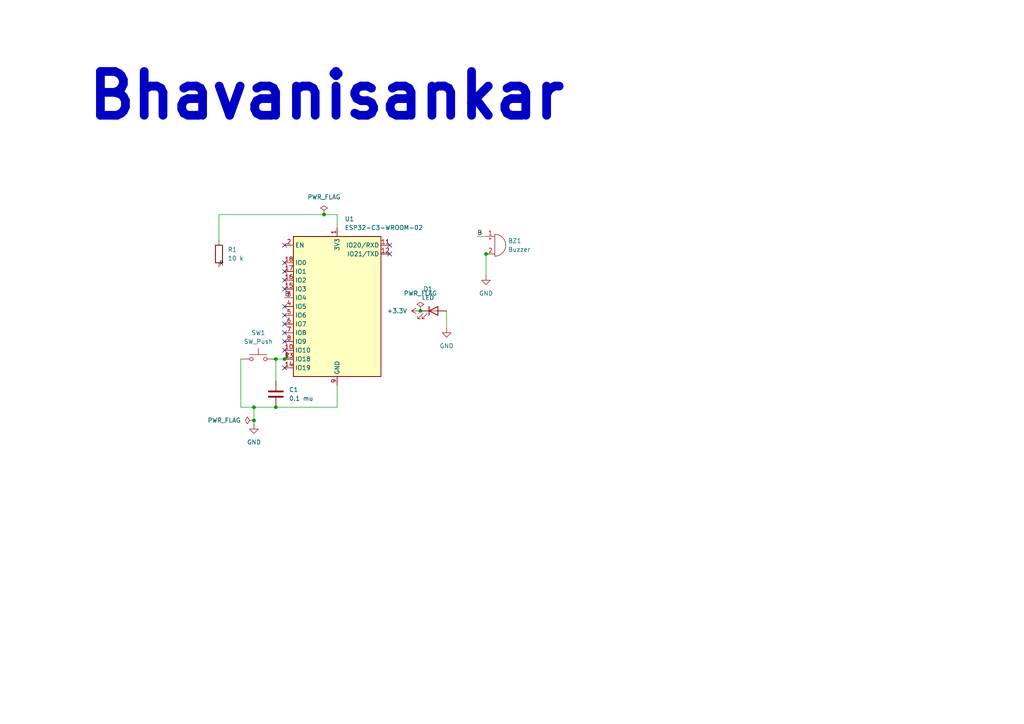
<source format=kicad_sch>
(kicad_sch
	(version 20231120)
	(generator "eeschema")
	(generator_version "8.0")
	(uuid "ea56cd56-cbe9-4600-8c82-a054547001e6")
	(paper "A4")
	(lib_symbols
		(symbol "Device:Buzzer"
			(pin_names
				(offset 0.0254) hide)
			(exclude_from_sim no)
			(in_bom yes)
			(on_board yes)
			(property "Reference" "BZ"
				(at 3.81 1.27 0)
				(effects
					(font
						(size 1.27 1.27)
					)
					(justify left)
				)
			)
			(property "Value" "Buzzer"
				(at 3.81 -1.27 0)
				(effects
					(font
						(size 1.27 1.27)
					)
					(justify left)
				)
			)
			(property "Footprint" ""
				(at -0.635 2.54 90)
				(effects
					(font
						(size 1.27 1.27)
					)
					(hide yes)
				)
			)
			(property "Datasheet" "~"
				(at -0.635 2.54 90)
				(effects
					(font
						(size 1.27 1.27)
					)
					(hide yes)
				)
			)
			(property "Description" "Buzzer, polarized"
				(at 0 0 0)
				(effects
					(font
						(size 1.27 1.27)
					)
					(hide yes)
				)
			)
			(property "ki_keywords" "quartz resonator ceramic"
				(at 0 0 0)
				(effects
					(font
						(size 1.27 1.27)
					)
					(hide yes)
				)
			)
			(property "ki_fp_filters" "*Buzzer*"
				(at 0 0 0)
				(effects
					(font
						(size 1.27 1.27)
					)
					(hide yes)
				)
			)
			(symbol "Buzzer_0_1"
				(arc
					(start 0 -3.175)
					(mid 3.1612 0)
					(end 0 3.175)
					(stroke
						(width 0)
						(type default)
					)
					(fill
						(type none)
					)
				)
				(polyline
					(pts
						(xy -1.651 1.905) (xy -1.143 1.905)
					)
					(stroke
						(width 0)
						(type default)
					)
					(fill
						(type none)
					)
				)
				(polyline
					(pts
						(xy -1.397 2.159) (xy -1.397 1.651)
					)
					(stroke
						(width 0)
						(type default)
					)
					(fill
						(type none)
					)
				)
				(polyline
					(pts
						(xy 0 3.175) (xy 0 -3.175)
					)
					(stroke
						(width 0)
						(type default)
					)
					(fill
						(type none)
					)
				)
			)
			(symbol "Buzzer_1_1"
				(pin passive line
					(at -2.54 2.54 0)
					(length 2.54)
					(name "+"
						(effects
							(font
								(size 1.27 1.27)
							)
						)
					)
					(number "1"
						(effects
							(font
								(size 1.27 1.27)
							)
						)
					)
				)
				(pin passive line
					(at -2.54 -2.54 0)
					(length 2.54)
					(name "-"
						(effects
							(font
								(size 1.27 1.27)
							)
						)
					)
					(number "2"
						(effects
							(font
								(size 1.27 1.27)
							)
						)
					)
				)
			)
		)
		(symbol "Device:C"
			(pin_numbers hide)
			(pin_names
				(offset 0.254)
			)
			(exclude_from_sim no)
			(in_bom yes)
			(on_board yes)
			(property "Reference" "C"
				(at 0.635 2.54 0)
				(effects
					(font
						(size 1.27 1.27)
					)
					(justify left)
				)
			)
			(property "Value" "C"
				(at 0.635 -2.54 0)
				(effects
					(font
						(size 1.27 1.27)
					)
					(justify left)
				)
			)
			(property "Footprint" ""
				(at 0.9652 -3.81 0)
				(effects
					(font
						(size 1.27 1.27)
					)
					(hide yes)
				)
			)
			(property "Datasheet" "~"
				(at 0 0 0)
				(effects
					(font
						(size 1.27 1.27)
					)
					(hide yes)
				)
			)
			(property "Description" "Unpolarized capacitor"
				(at 0 0 0)
				(effects
					(font
						(size 1.27 1.27)
					)
					(hide yes)
				)
			)
			(property "ki_keywords" "cap capacitor"
				(at 0 0 0)
				(effects
					(font
						(size 1.27 1.27)
					)
					(hide yes)
				)
			)
			(property "ki_fp_filters" "C_*"
				(at 0 0 0)
				(effects
					(font
						(size 1.27 1.27)
					)
					(hide yes)
				)
			)
			(symbol "C_0_1"
				(polyline
					(pts
						(xy -2.032 -0.762) (xy 2.032 -0.762)
					)
					(stroke
						(width 0.508)
						(type default)
					)
					(fill
						(type none)
					)
				)
				(polyline
					(pts
						(xy -2.032 0.762) (xy 2.032 0.762)
					)
					(stroke
						(width 0.508)
						(type default)
					)
					(fill
						(type none)
					)
				)
			)
			(symbol "C_1_1"
				(pin passive line
					(at 0 3.81 270)
					(length 2.794)
					(name "~"
						(effects
							(font
								(size 1.27 1.27)
							)
						)
					)
					(number "1"
						(effects
							(font
								(size 1.27 1.27)
							)
						)
					)
				)
				(pin passive line
					(at 0 -3.81 90)
					(length 2.794)
					(name "~"
						(effects
							(font
								(size 1.27 1.27)
							)
						)
					)
					(number "2"
						(effects
							(font
								(size 1.27 1.27)
							)
						)
					)
				)
			)
		)
		(symbol "Device:LED"
			(pin_numbers hide)
			(pin_names
				(offset 1.016) hide)
			(exclude_from_sim no)
			(in_bom yes)
			(on_board yes)
			(property "Reference" "D"
				(at 0 2.54 0)
				(effects
					(font
						(size 1.27 1.27)
					)
				)
			)
			(property "Value" "LED"
				(at 0 -2.54 0)
				(effects
					(font
						(size 1.27 1.27)
					)
				)
			)
			(property "Footprint" ""
				(at 0 0 0)
				(effects
					(font
						(size 1.27 1.27)
					)
					(hide yes)
				)
			)
			(property "Datasheet" "~"
				(at 0 0 0)
				(effects
					(font
						(size 1.27 1.27)
					)
					(hide yes)
				)
			)
			(property "Description" "Light emitting diode"
				(at 0 0 0)
				(effects
					(font
						(size 1.27 1.27)
					)
					(hide yes)
				)
			)
			(property "ki_keywords" "LED diode"
				(at 0 0 0)
				(effects
					(font
						(size 1.27 1.27)
					)
					(hide yes)
				)
			)
			(property "ki_fp_filters" "LED* LED_SMD:* LED_THT:*"
				(at 0 0 0)
				(effects
					(font
						(size 1.27 1.27)
					)
					(hide yes)
				)
			)
			(symbol "LED_0_1"
				(polyline
					(pts
						(xy -1.27 -1.27) (xy -1.27 1.27)
					)
					(stroke
						(width 0.254)
						(type default)
					)
					(fill
						(type none)
					)
				)
				(polyline
					(pts
						(xy -1.27 0) (xy 1.27 0)
					)
					(stroke
						(width 0)
						(type default)
					)
					(fill
						(type none)
					)
				)
				(polyline
					(pts
						(xy 1.27 -1.27) (xy 1.27 1.27) (xy -1.27 0) (xy 1.27 -1.27)
					)
					(stroke
						(width 0.254)
						(type default)
					)
					(fill
						(type none)
					)
				)
				(polyline
					(pts
						(xy -3.048 -0.762) (xy -4.572 -2.286) (xy -3.81 -2.286) (xy -4.572 -2.286) (xy -4.572 -1.524)
					)
					(stroke
						(width 0)
						(type default)
					)
					(fill
						(type none)
					)
				)
				(polyline
					(pts
						(xy -1.778 -0.762) (xy -3.302 -2.286) (xy -2.54 -2.286) (xy -3.302 -2.286) (xy -3.302 -1.524)
					)
					(stroke
						(width 0)
						(type default)
					)
					(fill
						(type none)
					)
				)
			)
			(symbol "LED_1_1"
				(pin passive line
					(at -3.81 0 0)
					(length 2.54)
					(name "K"
						(effects
							(font
								(size 1.27 1.27)
							)
						)
					)
					(number "1"
						(effects
							(font
								(size 1.27 1.27)
							)
						)
					)
				)
				(pin passive line
					(at 3.81 0 180)
					(length 2.54)
					(name "A"
						(effects
							(font
								(size 1.27 1.27)
							)
						)
					)
					(number "2"
						(effects
							(font
								(size 1.27 1.27)
							)
						)
					)
				)
			)
		)
		(symbol "Device:R"
			(pin_numbers hide)
			(pin_names
				(offset 0)
			)
			(exclude_from_sim no)
			(in_bom yes)
			(on_board yes)
			(property "Reference" "R"
				(at 2.032 0 90)
				(effects
					(font
						(size 1.27 1.27)
					)
				)
			)
			(property "Value" "R"
				(at 0 0 90)
				(effects
					(font
						(size 1.27 1.27)
					)
				)
			)
			(property "Footprint" ""
				(at -1.778 0 90)
				(effects
					(font
						(size 1.27 1.27)
					)
					(hide yes)
				)
			)
			(property "Datasheet" "~"
				(at 0 0 0)
				(effects
					(font
						(size 1.27 1.27)
					)
					(hide yes)
				)
			)
			(property "Description" "Resistor"
				(at 0 0 0)
				(effects
					(font
						(size 1.27 1.27)
					)
					(hide yes)
				)
			)
			(property "ki_keywords" "R res resistor"
				(at 0 0 0)
				(effects
					(font
						(size 1.27 1.27)
					)
					(hide yes)
				)
			)
			(property "ki_fp_filters" "R_*"
				(at 0 0 0)
				(effects
					(font
						(size 1.27 1.27)
					)
					(hide yes)
				)
			)
			(symbol "R_0_1"
				(rectangle
					(start -1.016 -2.54)
					(end 1.016 2.54)
					(stroke
						(width 0.254)
						(type default)
					)
					(fill
						(type none)
					)
				)
			)
			(symbol "R_1_1"
				(pin passive line
					(at 0 3.81 270)
					(length 1.27)
					(name "~"
						(effects
							(font
								(size 1.27 1.27)
							)
						)
					)
					(number "1"
						(effects
							(font
								(size 1.27 1.27)
							)
						)
					)
				)
				(pin passive line
					(at 0 -3.81 90)
					(length 1.27)
					(name "~"
						(effects
							(font
								(size 1.27 1.27)
							)
						)
					)
					(number "2"
						(effects
							(font
								(size 1.27 1.27)
							)
						)
					)
				)
			)
		)
		(symbol "RF_Module:ESP32-C3-WROOM-02"
			(exclude_from_sim no)
			(in_bom yes)
			(on_board yes)
			(property "Reference" "U"
				(at -12.192 21.336 0)
				(effects
					(font
						(size 1.27 1.27)
					)
				)
			)
			(property "Value" "ESP32-C3-WROOM-02"
				(at 12.192 21.336 0)
				(effects
					(font
						(size 1.27 1.27)
					)
				)
			)
			(property "Footprint" "RF_Module:ESP32-C3-WROOM-02"
				(at 0 0.635 0)
				(effects
					(font
						(size 1.27 1.27)
					)
					(hide yes)
				)
			)
			(property "Datasheet" "https://www.espressif.com/sites/default/files/documentation/esp32-c3-wroom-02_datasheet_en.pdf"
				(at 0 0.635 0)
				(effects
					(font
						(size 1.27 1.27)
					)
					(hide yes)
				)
			)
			(property "Description" "802.11 b/g/n Wi­Fi and Bluetooth 5 module, ESP32­C3 SoC, RISC­V microprocessor, On-board antenna"
				(at 0 0.635 0)
				(effects
					(font
						(size 1.27 1.27)
					)
					(hide yes)
				)
			)
			(property "ki_keywords" "esp32 espressif WiFi Bluetooth LE"
				(at 0 0 0)
				(effects
					(font
						(size 1.27 1.27)
					)
					(hide yes)
				)
			)
			(property "ki_fp_filters" "ESP32?C3*WROOM?02*"
				(at 0 0 0)
				(effects
					(font
						(size 1.27 1.27)
					)
					(hide yes)
				)
			)
			(symbol "ESP32-C3-WROOM-02_1_1"
				(rectangle
					(start -12.7 20.32)
					(end 12.7 -20.32)
					(stroke
						(width 0.254)
						(type default)
					)
					(fill
						(type background)
					)
				)
				(pin power_in line
					(at 0 22.86 270)
					(length 2.54)
					(name "3V3"
						(effects
							(font
								(size 1.27 1.27)
							)
						)
					)
					(number "1"
						(effects
							(font
								(size 1.27 1.27)
							)
						)
					)
				)
				(pin bidirectional line
					(at -15.24 -12.7 0)
					(length 2.54)
					(name "IO10"
						(effects
							(font
								(size 1.27 1.27)
							)
						)
					)
					(number "10"
						(effects
							(font
								(size 1.27 1.27)
							)
						)
					)
				)
				(pin bidirectional line
					(at 15.24 17.78 180)
					(length 2.54)
					(name "IO20/RXD"
						(effects
							(font
								(size 1.27 1.27)
							)
						)
					)
					(number "11"
						(effects
							(font
								(size 1.27 1.27)
							)
						)
					)
				)
				(pin bidirectional line
					(at 15.24 15.24 180)
					(length 2.54)
					(name "IO21/TXD"
						(effects
							(font
								(size 1.27 1.27)
							)
						)
					)
					(number "12"
						(effects
							(font
								(size 1.27 1.27)
							)
						)
					)
				)
				(pin bidirectional line
					(at -15.24 -15.24 0)
					(length 2.54)
					(name "IO18"
						(effects
							(font
								(size 1.27 1.27)
							)
						)
					)
					(number "13"
						(effects
							(font
								(size 1.27 1.27)
							)
						)
					)
				)
				(pin bidirectional line
					(at -15.24 -17.78 0)
					(length 2.54)
					(name "IO19"
						(effects
							(font
								(size 1.27 1.27)
							)
						)
					)
					(number "14"
						(effects
							(font
								(size 1.27 1.27)
							)
						)
					)
				)
				(pin bidirectional line
					(at -15.24 5.08 0)
					(length 2.54)
					(name "IO3"
						(effects
							(font
								(size 1.27 1.27)
							)
						)
					)
					(number "15"
						(effects
							(font
								(size 1.27 1.27)
							)
						)
					)
				)
				(pin bidirectional line
					(at -15.24 7.62 0)
					(length 2.54)
					(name "IO2"
						(effects
							(font
								(size 1.27 1.27)
							)
						)
					)
					(number "16"
						(effects
							(font
								(size 1.27 1.27)
							)
						)
					)
				)
				(pin bidirectional line
					(at -15.24 10.16 0)
					(length 2.54)
					(name "IO1"
						(effects
							(font
								(size 1.27 1.27)
							)
						)
					)
					(number "17"
						(effects
							(font
								(size 1.27 1.27)
							)
						)
					)
				)
				(pin bidirectional line
					(at -15.24 12.7 0)
					(length 2.54)
					(name "IO0"
						(effects
							(font
								(size 1.27 1.27)
							)
						)
					)
					(number "18"
						(effects
							(font
								(size 1.27 1.27)
							)
						)
					)
				)
				(pin passive line
					(at 0 -22.86 90)
					(length 2.54) hide
					(name "GND"
						(effects
							(font
								(size 1.27 1.27)
							)
						)
					)
					(number "19"
						(effects
							(font
								(size 1.27 1.27)
							)
						)
					)
				)
				(pin input line
					(at -15.24 17.78 0)
					(length 2.54)
					(name "EN"
						(effects
							(font
								(size 1.27 1.27)
							)
						)
					)
					(number "2"
						(effects
							(font
								(size 1.27 1.27)
							)
						)
					)
				)
				(pin bidirectional line
					(at -15.24 2.54 0)
					(length 2.54)
					(name "IO4"
						(effects
							(font
								(size 1.27 1.27)
							)
						)
					)
					(number "3"
						(effects
							(font
								(size 1.27 1.27)
							)
						)
					)
				)
				(pin bidirectional line
					(at -15.24 0 0)
					(length 2.54)
					(name "IO5"
						(effects
							(font
								(size 1.27 1.27)
							)
						)
					)
					(number "4"
						(effects
							(font
								(size 1.27 1.27)
							)
						)
					)
				)
				(pin bidirectional line
					(at -15.24 -2.54 0)
					(length 2.54)
					(name "IO6"
						(effects
							(font
								(size 1.27 1.27)
							)
						)
					)
					(number "5"
						(effects
							(font
								(size 1.27 1.27)
							)
						)
					)
				)
				(pin bidirectional line
					(at -15.24 -5.08 0)
					(length 2.54)
					(name "IO7"
						(effects
							(font
								(size 1.27 1.27)
							)
						)
					)
					(number "6"
						(effects
							(font
								(size 1.27 1.27)
							)
						)
					)
				)
				(pin bidirectional line
					(at -15.24 -7.62 0)
					(length 2.54)
					(name "IO8"
						(effects
							(font
								(size 1.27 1.27)
							)
						)
					)
					(number "7"
						(effects
							(font
								(size 1.27 1.27)
							)
						)
					)
				)
				(pin bidirectional line
					(at -15.24 -10.16 0)
					(length 2.54)
					(name "IO9"
						(effects
							(font
								(size 1.27 1.27)
							)
						)
					)
					(number "8"
						(effects
							(font
								(size 1.27 1.27)
							)
						)
					)
				)
				(pin power_in line
					(at 0 -22.86 90)
					(length 2.54)
					(name "GND"
						(effects
							(font
								(size 1.27 1.27)
							)
						)
					)
					(number "9"
						(effects
							(font
								(size 1.27 1.27)
							)
						)
					)
				)
			)
		)
		(symbol "Switch:SW_Push"
			(pin_numbers hide)
			(pin_names
				(offset 1.016) hide)
			(exclude_from_sim no)
			(in_bom yes)
			(on_board yes)
			(property "Reference" "SW"
				(at 1.27 2.54 0)
				(effects
					(font
						(size 1.27 1.27)
					)
					(justify left)
				)
			)
			(property "Value" "SW_Push"
				(at 0 -1.524 0)
				(effects
					(font
						(size 1.27 1.27)
					)
				)
			)
			(property "Footprint" ""
				(at 0 5.08 0)
				(effects
					(font
						(size 1.27 1.27)
					)
					(hide yes)
				)
			)
			(property "Datasheet" "~"
				(at 0 5.08 0)
				(effects
					(font
						(size 1.27 1.27)
					)
					(hide yes)
				)
			)
			(property "Description" "Push button switch, generic, two pins"
				(at 0 0 0)
				(effects
					(font
						(size 1.27 1.27)
					)
					(hide yes)
				)
			)
			(property "ki_keywords" "switch normally-open pushbutton push-button"
				(at 0 0 0)
				(effects
					(font
						(size 1.27 1.27)
					)
					(hide yes)
				)
			)
			(symbol "SW_Push_0_1"
				(circle
					(center -2.032 0)
					(radius 0.508)
					(stroke
						(width 0)
						(type default)
					)
					(fill
						(type none)
					)
				)
				(polyline
					(pts
						(xy 0 1.27) (xy 0 3.048)
					)
					(stroke
						(width 0)
						(type default)
					)
					(fill
						(type none)
					)
				)
				(polyline
					(pts
						(xy 2.54 1.27) (xy -2.54 1.27)
					)
					(stroke
						(width 0)
						(type default)
					)
					(fill
						(type none)
					)
				)
				(circle
					(center 2.032 0)
					(radius 0.508)
					(stroke
						(width 0)
						(type default)
					)
					(fill
						(type none)
					)
				)
				(pin passive line
					(at -5.08 0 0)
					(length 2.54)
					(name "1"
						(effects
							(font
								(size 1.27 1.27)
							)
						)
					)
					(number "1"
						(effects
							(font
								(size 1.27 1.27)
							)
						)
					)
				)
				(pin passive line
					(at 5.08 0 180)
					(length 2.54)
					(name "2"
						(effects
							(font
								(size 1.27 1.27)
							)
						)
					)
					(number "2"
						(effects
							(font
								(size 1.27 1.27)
							)
						)
					)
				)
			)
		)
		(symbol "power:+3.3V"
			(power)
			(pin_numbers hide)
			(pin_names
				(offset 0) hide)
			(exclude_from_sim no)
			(in_bom yes)
			(on_board yes)
			(property "Reference" "#PWR"
				(at 0 -3.81 0)
				(effects
					(font
						(size 1.27 1.27)
					)
					(hide yes)
				)
			)
			(property "Value" "+3.3V"
				(at 0 3.556 0)
				(effects
					(font
						(size 1.27 1.27)
					)
				)
			)
			(property "Footprint" ""
				(at 0 0 0)
				(effects
					(font
						(size 1.27 1.27)
					)
					(hide yes)
				)
			)
			(property "Datasheet" ""
				(at 0 0 0)
				(effects
					(font
						(size 1.27 1.27)
					)
					(hide yes)
				)
			)
			(property "Description" "Power symbol creates a global label with name \"+3.3V\""
				(at 0 0 0)
				(effects
					(font
						(size 1.27 1.27)
					)
					(hide yes)
				)
			)
			(property "ki_keywords" "global power"
				(at 0 0 0)
				(effects
					(font
						(size 1.27 1.27)
					)
					(hide yes)
				)
			)
			(symbol "+3.3V_0_1"
				(polyline
					(pts
						(xy -0.762 1.27) (xy 0 2.54)
					)
					(stroke
						(width 0)
						(type default)
					)
					(fill
						(type none)
					)
				)
				(polyline
					(pts
						(xy 0 0) (xy 0 2.54)
					)
					(stroke
						(width 0)
						(type default)
					)
					(fill
						(type none)
					)
				)
				(polyline
					(pts
						(xy 0 2.54) (xy 0.762 1.27)
					)
					(stroke
						(width 0)
						(type default)
					)
					(fill
						(type none)
					)
				)
			)
			(symbol "+3.3V_1_1"
				(pin power_in line
					(at 0 0 90)
					(length 0)
					(name "~"
						(effects
							(font
								(size 1.27 1.27)
							)
						)
					)
					(number "1"
						(effects
							(font
								(size 1.27 1.27)
							)
						)
					)
				)
			)
		)
		(symbol "power:GND"
			(power)
			(pin_numbers hide)
			(pin_names
				(offset 0) hide)
			(exclude_from_sim no)
			(in_bom yes)
			(on_board yes)
			(property "Reference" "#PWR"
				(at 0 -6.35 0)
				(effects
					(font
						(size 1.27 1.27)
					)
					(hide yes)
				)
			)
			(property "Value" "GND"
				(at 0 -3.81 0)
				(effects
					(font
						(size 1.27 1.27)
					)
				)
			)
			(property "Footprint" ""
				(at 0 0 0)
				(effects
					(font
						(size 1.27 1.27)
					)
					(hide yes)
				)
			)
			(property "Datasheet" ""
				(at 0 0 0)
				(effects
					(font
						(size 1.27 1.27)
					)
					(hide yes)
				)
			)
			(property "Description" "Power symbol creates a global label with name \"GND\" , ground"
				(at 0 0 0)
				(effects
					(font
						(size 1.27 1.27)
					)
					(hide yes)
				)
			)
			(property "ki_keywords" "global power"
				(at 0 0 0)
				(effects
					(font
						(size 1.27 1.27)
					)
					(hide yes)
				)
			)
			(symbol "GND_0_1"
				(polyline
					(pts
						(xy 0 0) (xy 0 -1.27) (xy 1.27 -1.27) (xy 0 -2.54) (xy -1.27 -1.27) (xy 0 -1.27)
					)
					(stroke
						(width 0)
						(type default)
					)
					(fill
						(type none)
					)
				)
			)
			(symbol "GND_1_1"
				(pin power_in line
					(at 0 0 270)
					(length 0)
					(name "~"
						(effects
							(font
								(size 1.27 1.27)
							)
						)
					)
					(number "1"
						(effects
							(font
								(size 1.27 1.27)
							)
						)
					)
				)
			)
		)
		(symbol "power:PWR_FLAG"
			(power)
			(pin_numbers hide)
			(pin_names
				(offset 0) hide)
			(exclude_from_sim no)
			(in_bom yes)
			(on_board yes)
			(property "Reference" "#FLG"
				(at 0 1.905 0)
				(effects
					(font
						(size 1.27 1.27)
					)
					(hide yes)
				)
			)
			(property "Value" "PWR_FLAG"
				(at 0 3.81 0)
				(effects
					(font
						(size 1.27 1.27)
					)
				)
			)
			(property "Footprint" ""
				(at 0 0 0)
				(effects
					(font
						(size 1.27 1.27)
					)
					(hide yes)
				)
			)
			(property "Datasheet" "~"
				(at 0 0 0)
				(effects
					(font
						(size 1.27 1.27)
					)
					(hide yes)
				)
			)
			(property "Description" "Special symbol for telling ERC where power comes from"
				(at 0 0 0)
				(effects
					(font
						(size 1.27 1.27)
					)
					(hide yes)
				)
			)
			(property "ki_keywords" "flag power"
				(at 0 0 0)
				(effects
					(font
						(size 1.27 1.27)
					)
					(hide yes)
				)
			)
			(symbol "PWR_FLAG_0_0"
				(pin power_out line
					(at 0 0 90)
					(length 0)
					(name "~"
						(effects
							(font
								(size 1.27 1.27)
							)
						)
					)
					(number "1"
						(effects
							(font
								(size 1.27 1.27)
							)
						)
					)
				)
			)
			(symbol "PWR_FLAG_0_1"
				(polyline
					(pts
						(xy 0 0) (xy 0 1.27) (xy -1.016 1.905) (xy 0 2.54) (xy 1.016 1.905) (xy 0 1.27)
					)
					(stroke
						(width 0)
						(type default)
					)
					(fill
						(type none)
					)
				)
			)
		)
	)
	(junction
		(at 140.97 73.66)
		(diameter 0)
		(color 0 0 0 0)
		(uuid "01a3b513-abb6-4941-9b06-0184eaf4759c")
	)
	(junction
		(at 80.01 104.14)
		(diameter 0)
		(color 0 0 0 0)
		(uuid "1839f2c0-1162-440a-8899-9b48f5fbed92")
	)
	(junction
		(at 73.66 118.11)
		(diameter 0)
		(color 0 0 0 0)
		(uuid "493d5152-92c3-4dc2-bc39-a68beec8c9e7")
	)
	(junction
		(at 80.01 118.11)
		(diameter 0)
		(color 0 0 0 0)
		(uuid "7e5dd8e0-6adf-42c2-902e-303ab596cb52")
	)
	(junction
		(at 93.98 62.23)
		(diameter 0)
		(color 0 0 0 0)
		(uuid "90dec4d3-674b-4f86-a38b-c431bb87b793")
	)
	(junction
		(at 121.92 90.17)
		(diameter 0)
		(color 0 0 0 0)
		(uuid "d4bd6c47-3240-4ac9-bcd8-dcb4e3582cdb")
	)
	(junction
		(at 82.55 104.14)
		(diameter 0)
		(color 0 0 0 0)
		(uuid "de4fcbd8-d23e-4bb6-a740-840fcb02d76b")
	)
	(junction
		(at 73.66 121.92)
		(diameter 0)
		(color 0 0 0 0)
		(uuid "e554c1de-7efe-4dd7-a99b-0cf53c32abaf")
	)
	(no_connect
		(at 82.55 99.06)
		(uuid "005381d6-14a8-43db-894a-0624f352ba86")
	)
	(no_connect
		(at 82.55 83.82)
		(uuid "08f9fd04-739a-40e8-934e-df01780b9115")
	)
	(no_connect
		(at 82.55 71.12)
		(uuid "3218bdb8-cc62-4fa5-b731-4581fdc3773e")
	)
	(no_connect
		(at 82.55 93.98)
		(uuid "70b4423b-f23a-496f-8187-3d89e8d67c55")
	)
	(no_connect
		(at 82.55 81.28)
		(uuid "7421ff47-acd5-44f0-8df8-3f9d3e2451a7")
	)
	(no_connect
		(at 82.55 96.52)
		(uuid "7842af37-f8d6-4d85-8939-b7aff267956b")
	)
	(no_connect
		(at 82.55 76.2)
		(uuid "7a011c3f-b55a-423e-82a2-a55279855feb")
	)
	(no_connect
		(at 82.55 78.74)
		(uuid "9b073c43-a84f-4935-bf76-24b23cb7f8ad")
	)
	(no_connect
		(at 82.55 88.9)
		(uuid "a6aa2402-4517-4003-ae4e-0e060022cb7e")
	)
	(no_connect
		(at 113.03 71.12)
		(uuid "aa84b519-b5cf-4820-8621-54a25f74a1ff")
	)
	(no_connect
		(at 82.55 106.68)
		(uuid "b361b729-bf37-4481-8b8a-02b3e40366e4")
	)
	(no_connect
		(at 113.03 73.66)
		(uuid "ee1f7034-f5dd-40e7-956e-b974ef5e8515")
	)
	(no_connect
		(at 82.55 101.6)
		(uuid "eeb0af22-30b3-4cc7-a6db-92fb075d4f66")
	)
	(no_connect
		(at 82.55 91.44)
		(uuid "fa597a66-bcaa-4a73-89c6-f3469162687b")
	)
	(wire
		(pts
			(xy 69.85 104.14) (xy 69.85 118.11)
		)
		(stroke
			(width 0)
			(type default)
		)
		(uuid "05c9f1ba-dfe3-46bb-9c33-a25923f593c7")
	)
	(wire
		(pts
			(xy 140.97 68.58) (xy 138.43 68.58)
		)
		(stroke
			(width 0)
			(type default)
		)
		(uuid "078bb4e9-5eed-4398-ab6c-027afc061460")
	)
	(wire
		(pts
			(xy 82.55 104.14) (xy 83.82 104.14)
		)
		(stroke
			(width 0)
			(type default)
		)
		(uuid "0afabb44-090b-4511-bfbf-41df0e17356b")
	)
	(wire
		(pts
			(xy 80.01 104.14) (xy 80.01 110.49)
		)
		(stroke
			(width 0)
			(type default)
		)
		(uuid "14bc58b1-37af-437b-904f-545d4524f720")
	)
	(wire
		(pts
			(xy 63.5 62.23) (xy 63.5 69.85)
		)
		(stroke
			(width 0)
			(type default)
		)
		(uuid "2e0f482e-da85-4af1-8657-c39931e9200b")
	)
	(wire
		(pts
			(xy 80.01 104.14) (xy 78.74 104.14)
		)
		(stroke
			(width 0)
			(type default)
		)
		(uuid "2e4b11b6-e1c3-4383-bd64-eb96575f3ac6")
	)
	(wire
		(pts
			(xy 73.66 121.92) (xy 73.66 123.19)
		)
		(stroke
			(width 0)
			(type default)
		)
		(uuid "2ef25892-6105-4af9-bd99-0ea6154061d0")
	)
	(wire
		(pts
			(xy 73.66 118.11) (xy 73.66 121.92)
		)
		(stroke
			(width 0)
			(type default)
		)
		(uuid "34de9ebc-128d-4b31-b3ed-12e962c58a1a")
	)
	(wire
		(pts
			(xy 93.98 62.23) (xy 97.79 62.23)
		)
		(stroke
			(width 0)
			(type default)
		)
		(uuid "53423855-eca5-4268-824b-f9da245dd216")
	)
	(wire
		(pts
			(xy 97.79 111.76) (xy 97.79 118.11)
		)
		(stroke
			(width 0)
			(type default)
		)
		(uuid "73df28ee-5ef3-4e80-a12f-ecdaa28d8177")
	)
	(wire
		(pts
			(xy 63.5 62.23) (xy 93.98 62.23)
		)
		(stroke
			(width 0)
			(type default)
		)
		(uuid "77b005fd-10e2-4f1c-ad3f-c64a2c0d8c16")
	)
	(wire
		(pts
			(xy 97.79 62.23) (xy 97.79 66.04)
		)
		(stroke
			(width 0)
			(type default)
		)
		(uuid "89489e25-d794-4bb7-974c-50a4a2a2a5ca")
	)
	(wire
		(pts
			(xy 140.97 80.01) (xy 140.97 73.66)
		)
		(stroke
			(width 0)
			(type default)
		)
		(uuid "8ca81edb-2705-43e8-84cc-3ad3cdfdff31")
	)
	(wire
		(pts
			(xy 69.85 118.11) (xy 73.66 118.11)
		)
		(stroke
			(width 0)
			(type default)
		)
		(uuid "9851f486-e75a-41b4-b6df-87ca4c016557")
	)
	(wire
		(pts
			(xy 80.01 118.11) (xy 97.79 118.11)
		)
		(stroke
			(width 0)
			(type default)
		)
		(uuid "d98df6fa-7644-4d4a-bed9-1ae6d019d37c")
	)
	(wire
		(pts
			(xy 140.97 73.66) (xy 142.24 73.66)
		)
		(stroke
			(width 0)
			(type default)
		)
		(uuid "dc8edf82-f19b-4a7c-9412-0fe7ae225cab")
	)
	(wire
		(pts
			(xy 73.66 118.11) (xy 80.01 118.11)
		)
		(stroke
			(width 0)
			(type default)
		)
		(uuid "f15bd85f-63fe-4c80-b3ff-2390cc4a0b65")
	)
	(wire
		(pts
			(xy 129.54 90.17) (xy 129.54 95.25)
		)
		(stroke
			(width 0)
			(type default)
		)
		(uuid "f9725eb2-34a3-4e4a-9efb-0b43bfabab72")
	)
	(wire
		(pts
			(xy 80.01 104.14) (xy 82.55 104.14)
		)
		(stroke
			(width 0)
			(type default)
		)
		(uuid "fd05f20a-6590-4f23-a7fb-fc9da48b7cea")
	)
	(text "Bhavanisankar"
		(exclude_from_sim no)
		(at 94.742 27.94 0)
		(effects
			(font
				(size 12.7 12.7)
				(thickness 2.54)
				(bold yes)
			)
		)
		(uuid "af2cc147-475a-41a3-9653-4ee422ea850c")
	)
	(label "R"
		(at 82.55 104.14 0)
		(effects
			(font
				(size 1.27 1.27)
			)
			(justify left bottom)
		)
		(uuid "7c7e913e-eb18-4f6b-865b-8639c662405f")
	)
	(label "B"
		(at 82.55 86.36 0)
		(effects
			(font
				(size 1.27 1.27)
			)
			(justify left bottom)
		)
		(uuid "b1ca596e-d83c-442e-901d-e6587ff81bae")
	)
	(label "B"
		(at 138.43 68.58 0)
		(effects
			(font
				(size 1.27 1.27)
			)
			(justify left bottom)
		)
		(uuid "d62646ed-1b4d-4216-8105-ecad0e4b030b")
	)
	(label "R"
		(at 63.5 77.47 0)
		(effects
			(font
				(size 1.27 1.27)
			)
			(justify left bottom)
		)
		(uuid "db9b3d45-0385-4027-9e14-dd4d25b860c7")
	)
	(symbol
		(lib_id "power:PWR_FLAG")
		(at 121.92 90.17 0)
		(unit 1)
		(exclude_from_sim no)
		(in_bom yes)
		(on_board yes)
		(dnp no)
		(fields_autoplaced yes)
		(uuid "2200e703-282f-4ff9-a886-a3b99efb35ca")
		(property "Reference" "#FLG02"
			(at 121.92 88.265 0)
			(effects
				(font
					(size 1.27 1.27)
				)
				(hide yes)
			)
		)
		(property "Value" "PWR_FLAG"
			(at 121.92 85.09 0)
			(effects
				(font
					(size 1.27 1.27)
				)
			)
		)
		(property "Footprint" ""
			(at 121.92 90.17 0)
			(effects
				(font
					(size 1.27 1.27)
				)
				(hide yes)
			)
		)
		(property "Datasheet" "~"
			(at 121.92 90.17 0)
			(effects
				(font
					(size 1.27 1.27)
				)
				(hide yes)
			)
		)
		(property "Description" "Special symbol for telling ERC where power comes from"
			(at 121.92 90.17 0)
			(effects
				(font
					(size 1.27 1.27)
				)
				(hide yes)
			)
		)
		(pin "1"
			(uuid "8106ba2d-1e1b-4f60-9f07-7b69b2491415")
		)
		(instances
			(project ""
				(path "/ea56cd56-cbe9-4600-8c82-a054547001e6"
					(reference "#FLG02")
					(unit 1)
				)
			)
		)
	)
	(symbol
		(lib_id "Device:C")
		(at 80.01 114.3 0)
		(unit 1)
		(exclude_from_sim no)
		(in_bom yes)
		(on_board yes)
		(dnp no)
		(fields_autoplaced yes)
		(uuid "2aa54019-e536-4aa6-8757-43300e557564")
		(property "Reference" "C1"
			(at 83.82 113.0299 0)
			(effects
				(font
					(size 1.27 1.27)
				)
				(justify left)
			)
		)
		(property "Value" "0.1 mu"
			(at 83.82 115.5699 0)
			(effects
				(font
					(size 1.27 1.27)
				)
				(justify left)
			)
		)
		(property "Footprint" "Capacitor_SMD:C_0201_0603Metric_Pad0.64x0.40mm_HandSolder"
			(at 80.9752 118.11 0)
			(effects
				(font
					(size 1.27 1.27)
				)
				(hide yes)
			)
		)
		(property "Datasheet" "~"
			(at 80.01 114.3 0)
			(effects
				(font
					(size 1.27 1.27)
				)
				(hide yes)
			)
		)
		(property "Description" "Unpolarized capacitor"
			(at 80.01 114.3 0)
			(effects
				(font
					(size 1.27 1.27)
				)
				(hide yes)
			)
		)
		(pin "2"
			(uuid "a8fec60a-5051-4ec7-9e8c-ee8385fb8617")
		)
		(pin "1"
			(uuid "0e1d2bd5-5f7a-473c-a0aa-5e831556a971")
		)
		(instances
			(project ""
				(path "/ea56cd56-cbe9-4600-8c82-a054547001e6"
					(reference "C1")
					(unit 1)
				)
			)
		)
	)
	(symbol
		(lib_id "Switch:SW_Push")
		(at 74.93 104.14 0)
		(unit 1)
		(exclude_from_sim no)
		(in_bom yes)
		(on_board yes)
		(dnp no)
		(fields_autoplaced yes)
		(uuid "414a6c39-e4dc-4ba7-99e5-50bef1507c67")
		(property "Reference" "SW1"
			(at 74.93 96.52 0)
			(effects
				(font
					(size 1.27 1.27)
				)
			)
		)
		(property "Value" "SW_Push"
			(at 74.93 99.06 0)
			(effects
				(font
					(size 1.27 1.27)
				)
			)
		)
		(property "Footprint" "Button_Switch_THT:SW_PUSH_1P1T_6x3.5mm_H4.3_APEM_MJTP1243"
			(at 74.93 99.06 0)
			(effects
				(font
					(size 1.27 1.27)
				)
				(hide yes)
			)
		)
		(property "Datasheet" "~"
			(at 74.93 99.06 0)
			(effects
				(font
					(size 1.27 1.27)
				)
				(hide yes)
			)
		)
		(property "Description" "Push button switch, generic, two pins"
			(at 74.93 104.14 0)
			(effects
				(font
					(size 1.27 1.27)
				)
				(hide yes)
			)
		)
		(pin "1"
			(uuid "aebfdf6a-1e12-46d7-84ac-9d8df4cbd25e")
		)
		(pin "2"
			(uuid "cc5b4da2-6d68-4a16-879d-c4cc4b0b60b7")
		)
		(instances
			(project ""
				(path "/ea56cd56-cbe9-4600-8c82-a054547001e6"
					(reference "SW1")
					(unit 1)
				)
			)
		)
	)
	(symbol
		(lib_id "power:PWR_FLAG")
		(at 73.66 121.92 90)
		(unit 1)
		(exclude_from_sim no)
		(in_bom yes)
		(on_board yes)
		(dnp no)
		(fields_autoplaced yes)
		(uuid "486b3ef5-91bb-44fe-8390-1b29c7abca27")
		(property "Reference" "#FLG04"
			(at 71.755 121.92 0)
			(effects
				(font
					(size 1.27 1.27)
				)
				(hide yes)
			)
		)
		(property "Value" "PWR_FLAG"
			(at 69.85 121.9199 90)
			(effects
				(font
					(size 1.27 1.27)
				)
				(justify left)
			)
		)
		(property "Footprint" ""
			(at 73.66 121.92 0)
			(effects
				(font
					(size 1.27 1.27)
				)
				(hide yes)
			)
		)
		(property "Datasheet" "~"
			(at 73.66 121.92 0)
			(effects
				(font
					(size 1.27 1.27)
				)
				(hide yes)
			)
		)
		(property "Description" "Special symbol for telling ERC where power comes from"
			(at 73.66 121.92 0)
			(effects
				(font
					(size 1.27 1.27)
				)
				(hide yes)
			)
		)
		(pin "1"
			(uuid "e35181ab-e05e-4342-a599-c60994bf5348")
		)
		(instances
			(project ""
				(path "/ea56cd56-cbe9-4600-8c82-a054547001e6"
					(reference "#FLG04")
					(unit 1)
				)
			)
		)
	)
	(symbol
		(lib_id "power:GND")
		(at 129.54 95.25 0)
		(unit 1)
		(exclude_from_sim no)
		(in_bom yes)
		(on_board yes)
		(dnp no)
		(fields_autoplaced yes)
		(uuid "65143b72-77e6-4061-a821-8ecc6251b7be")
		(property "Reference" "#PWR03"
			(at 129.54 101.6 0)
			(effects
				(font
					(size 1.27 1.27)
				)
				(hide yes)
			)
		)
		(property "Value" "GND"
			(at 129.54 100.33 0)
			(effects
				(font
					(size 1.27 1.27)
				)
			)
		)
		(property "Footprint" ""
			(at 129.54 95.25 0)
			(effects
				(font
					(size 1.27 1.27)
				)
				(hide yes)
			)
		)
		(property "Datasheet" ""
			(at 129.54 95.25 0)
			(effects
				(font
					(size 1.27 1.27)
				)
				(hide yes)
			)
		)
		(property "Description" "Power symbol creates a global label with name \"GND\" , ground"
			(at 129.54 95.25 0)
			(effects
				(font
					(size 1.27 1.27)
				)
				(hide yes)
			)
		)
		(pin "1"
			(uuid "356877c5-4ea0-4d64-923b-8c2dd5f3161c")
		)
		(instances
			(project ""
				(path "/ea56cd56-cbe9-4600-8c82-a054547001e6"
					(reference "#PWR03")
					(unit 1)
				)
			)
		)
	)
	(symbol
		(lib_id "Device:Buzzer")
		(at 143.51 71.12 0)
		(unit 1)
		(exclude_from_sim no)
		(in_bom yes)
		(on_board yes)
		(dnp no)
		(fields_autoplaced yes)
		(uuid "6e90bc65-378d-41d7-bdb0-721165a4f681")
		(property "Reference" "BZ1"
			(at 147.32 69.8499 0)
			(effects
				(font
					(size 1.27 1.27)
				)
				(justify left)
			)
		)
		(property "Value" "Buzzer"
			(at 147.32 72.3899 0)
			(effects
				(font
					(size 1.27 1.27)
				)
				(justify left)
			)
		)
		(property "Footprint" "Buzzer_Beeper:Buzzer_12x9.5RM7.6"
			(at 142.875 68.58 90)
			(effects
				(font
					(size 1.27 1.27)
				)
				(hide yes)
			)
		)
		(property "Datasheet" "~"
			(at 142.875 68.58 90)
			(effects
				(font
					(size 1.27 1.27)
				)
				(hide yes)
			)
		)
		(property "Description" "Buzzer, polarized"
			(at 143.51 71.12 0)
			(effects
				(font
					(size 1.27 1.27)
				)
				(hide yes)
			)
		)
		(pin "1"
			(uuid "6c796d53-b30e-4ce7-8528-9d65184cab10")
		)
		(pin "2"
			(uuid "978ef16c-b990-4678-893e-5aad99b2b145")
		)
		(instances
			(project ""
				(path "/ea56cd56-cbe9-4600-8c82-a054547001e6"
					(reference "BZ1")
					(unit 1)
				)
			)
		)
	)
	(symbol
		(lib_id "power:GND")
		(at 73.66 123.19 0)
		(unit 1)
		(exclude_from_sim no)
		(in_bom yes)
		(on_board yes)
		(dnp no)
		(fields_autoplaced yes)
		(uuid "8285cd9e-4452-41d0-b9d2-ae013d9daa93")
		(property "Reference" "#PWR01"
			(at 73.66 129.54 0)
			(effects
				(font
					(size 1.27 1.27)
				)
				(hide yes)
			)
		)
		(property "Value" "GND"
			(at 73.66 128.27 0)
			(effects
				(font
					(size 1.27 1.27)
				)
			)
		)
		(property "Footprint" ""
			(at 73.66 123.19 0)
			(effects
				(font
					(size 1.27 1.27)
				)
				(hide yes)
			)
		)
		(property "Datasheet" ""
			(at 73.66 123.19 0)
			(effects
				(font
					(size 1.27 1.27)
				)
				(hide yes)
			)
		)
		(property "Description" "Power symbol creates a global label with name \"GND\" , ground"
			(at 73.66 123.19 0)
			(effects
				(font
					(size 1.27 1.27)
				)
				(hide yes)
			)
		)
		(pin "1"
			(uuid "08aaf8ac-f16d-4950-89cc-b2820ec2ecff")
		)
		(instances
			(project ""
				(path "/ea56cd56-cbe9-4600-8c82-a054547001e6"
					(reference "#PWR01")
					(unit 1)
				)
			)
		)
	)
	(symbol
		(lib_id "power:PWR_FLAG")
		(at 93.98 62.23 0)
		(unit 1)
		(exclude_from_sim no)
		(in_bom yes)
		(on_board yes)
		(dnp no)
		(fields_autoplaced yes)
		(uuid "b3f00b5d-d5a2-40e3-8782-97a708f5e13d")
		(property "Reference" "#FLG01"
			(at 93.98 60.325 0)
			(effects
				(font
					(size 1.27 1.27)
				)
				(hide yes)
			)
		)
		(property "Value" "PWR_FLAG"
			(at 93.98 57.15 0)
			(effects
				(font
					(size 1.27 1.27)
				)
			)
		)
		(property "Footprint" ""
			(at 93.98 62.23 0)
			(effects
				(font
					(size 1.27 1.27)
				)
				(hide yes)
			)
		)
		(property "Datasheet" "~"
			(at 93.98 62.23 0)
			(effects
				(font
					(size 1.27 1.27)
				)
				(hide yes)
			)
		)
		(property "Description" "Special symbol for telling ERC where power comes from"
			(at 93.98 62.23 0)
			(effects
				(font
					(size 1.27 1.27)
				)
				(hide yes)
			)
		)
		(pin "1"
			(uuid "f9132fbc-dcd7-42e7-924f-b4447479bb99")
		)
		(instances
			(project ""
				(path "/ea56cd56-cbe9-4600-8c82-a054547001e6"
					(reference "#FLG01")
					(unit 1)
				)
			)
		)
	)
	(symbol
		(lib_id "power:+3.3V")
		(at 121.92 90.17 90)
		(unit 1)
		(exclude_from_sim no)
		(in_bom yes)
		(on_board yes)
		(dnp no)
		(fields_autoplaced yes)
		(uuid "ba93de4d-8baf-4779-b582-127e1048a8d2")
		(property "Reference" "#PWR04"
			(at 125.73 90.17 0)
			(effects
				(font
					(size 1.27 1.27)
				)
				(hide yes)
			)
		)
		(property "Value" "+3.3V"
			(at 118.11 90.1699 90)
			(effects
				(font
					(size 1.27 1.27)
				)
				(justify left)
			)
		)
		(property "Footprint" ""
			(at 121.92 90.17 0)
			(effects
				(font
					(size 1.27 1.27)
				)
				(hide yes)
			)
		)
		(property "Datasheet" ""
			(at 121.92 90.17 0)
			(effects
				(font
					(size 1.27 1.27)
				)
				(hide yes)
			)
		)
		(property "Description" "Power symbol creates a global label with name \"+3.3V\""
			(at 121.92 90.17 0)
			(effects
				(font
					(size 1.27 1.27)
				)
				(hide yes)
			)
		)
		(pin "1"
			(uuid "1aa77299-78d6-4983-a6b7-3c74660a3f40")
		)
		(instances
			(project ""
				(path "/ea56cd56-cbe9-4600-8c82-a054547001e6"
					(reference "#PWR04")
					(unit 1)
				)
			)
		)
	)
	(symbol
		(lib_id "RF_Module:ESP32-C3-WROOM-02")
		(at 97.79 88.9 0)
		(unit 1)
		(exclude_from_sim no)
		(in_bom yes)
		(on_board yes)
		(dnp no)
		(fields_autoplaced yes)
		(uuid "bde447f2-8367-47ca-a932-1324f9454fde")
		(property "Reference" "U1"
			(at 99.9841 63.5 0)
			(effects
				(font
					(size 1.27 1.27)
				)
				(justify left)
			)
		)
		(property "Value" "ESP32-C3-WROOM-02"
			(at 99.9841 66.04 0)
			(effects
				(font
					(size 1.27 1.27)
				)
				(justify left)
			)
		)
		(property "Footprint" "RF_Module:ESP32-C3-WROOM-02"
			(at 97.79 88.265 0)
			(effects
				(font
					(size 1.27 1.27)
				)
				(hide yes)
			)
		)
		(property "Datasheet" "https://www.espressif.com/sites/default/files/documentation/esp32-c3-wroom-02_datasheet_en.pdf"
			(at 97.79 88.265 0)
			(effects
				(font
					(size 1.27 1.27)
				)
				(hide yes)
			)
		)
		(property "Description" "802.11 b/g/n Wi­Fi and Bluetooth 5 module, ESP32­C3 SoC, RISC­V microprocessor, On-board antenna"
			(at 97.79 88.265 0)
			(effects
				(font
					(size 1.27 1.27)
				)
				(hide yes)
			)
		)
		(pin "18"
			(uuid "17a50a9b-abf3-4083-afb2-91ed9fdd3c61")
		)
		(pin "8"
			(uuid "5dd54735-f1d0-4e52-b18f-155f3dda6d75")
		)
		(pin "14"
			(uuid "34b102d3-33bc-48c2-ad32-a1a16cd2a789")
		)
		(pin "7"
			(uuid "b38165d1-a004-4424-a38b-2762f1b06ed7")
		)
		(pin "15"
			(uuid "2acce426-fd4b-476a-b22a-e96d94f57c0b")
		)
		(pin "13"
			(uuid "5f526cdf-1035-4331-938c-1a8ffc6195b4")
		)
		(pin "16"
			(uuid "1ec601d6-fc61-4e5a-99dd-1ed295c6298d")
		)
		(pin "3"
			(uuid "a1138ef6-6077-471c-8bbc-46cb41f81fda")
		)
		(pin "5"
			(uuid "0d64fc19-1f79-4bcb-bd73-4b115a0bee04")
		)
		(pin "6"
			(uuid "67f1ed2c-7655-4ee4-aff0-fa11a416637f")
		)
		(pin "9"
			(uuid "7f2cb26a-5e2d-4e1c-a463-c9e7bd4ba71b")
		)
		(pin "1"
			(uuid "1787f57a-8501-49bb-a2dc-963ea6a22299")
		)
		(pin "11"
			(uuid "a0fa226e-8eb0-4aa7-acf4-605b2cf7951d")
		)
		(pin "12"
			(uuid "7046b9df-8cdf-4348-abad-24e41e867ce4")
		)
		(pin "17"
			(uuid "6efdbe58-510d-42c4-8345-e74a4f6c8baf")
		)
		(pin "19"
			(uuid "5a4c8d04-77e5-4760-bc3a-a306d98a144c")
		)
		(pin "10"
			(uuid "f40cd51c-7a04-463b-9dbe-b3256145d4cf")
		)
		(pin "2"
			(uuid "da535d9d-b253-4e08-8515-4fac1fcc0459")
		)
		(pin "4"
			(uuid "ed25414c-5628-4155-bb89-f512375e42b9")
		)
		(instances
			(project ""
				(path "/ea56cd56-cbe9-4600-8c82-a054547001e6"
					(reference "U1")
					(unit 1)
				)
			)
		)
	)
	(symbol
		(lib_id "Device:LED")
		(at 125.73 90.17 0)
		(unit 1)
		(exclude_from_sim no)
		(in_bom yes)
		(on_board yes)
		(dnp no)
		(fields_autoplaced yes)
		(uuid "d36f251c-085c-4c5c-b2ef-95300ed50071")
		(property "Reference" "D1"
			(at 124.1425 83.82 0)
			(effects
				(font
					(size 1.27 1.27)
				)
			)
		)
		(property "Value" "LED"
			(at 124.1425 86.36 0)
			(effects
				(font
					(size 1.27 1.27)
				)
			)
		)
		(property "Footprint" "LED_SMD:LED_1206_3216Metric_ReverseMount_Hole1.8x2.4mm"
			(at 125.73 90.17 0)
			(effects
				(font
					(size 1.27 1.27)
				)
				(hide yes)
			)
		)
		(property "Datasheet" "~"
			(at 125.73 90.17 0)
			(effects
				(font
					(size 1.27 1.27)
				)
				(hide yes)
			)
		)
		(property "Description" "Light emitting diode"
			(at 125.73 90.17 0)
			(effects
				(font
					(size 1.27 1.27)
				)
				(hide yes)
			)
		)
		(pin "1"
			(uuid "f8c91440-d6af-4db8-9902-fe32320d3d11")
		)
		(pin "2"
			(uuid "c49120af-08ed-491b-a987-67e4458a2d47")
		)
		(instances
			(project ""
				(path "/ea56cd56-cbe9-4600-8c82-a054547001e6"
					(reference "D1")
					(unit 1)
				)
			)
		)
	)
	(symbol
		(lib_id "Device:R")
		(at 63.5 73.66 0)
		(unit 1)
		(exclude_from_sim no)
		(in_bom yes)
		(on_board yes)
		(dnp no)
		(fields_autoplaced yes)
		(uuid "d8af6128-9a45-43fa-97e4-aa692a529b20")
		(property "Reference" "R1"
			(at 66.04 72.3899 0)
			(effects
				(font
					(size 1.27 1.27)
				)
				(justify left)
			)
		)
		(property "Value" "10 k"
			(at 66.04 74.9299 0)
			(effects
				(font
					(size 1.27 1.27)
				)
				(justify left)
			)
		)
		(property "Footprint" "Resistor_SMD:R_01005_0402Metric_Pad0.57x0.30mm_HandSolder"
			(at 61.722 73.66 90)
			(effects
				(font
					(size 1.27 1.27)
				)
				(hide yes)
			)
		)
		(property "Datasheet" "~"
			(at 63.5 73.66 0)
			(effects
				(font
					(size 1.27 1.27)
				)
				(hide yes)
			)
		)
		(property "Description" "Resistor"
			(at 63.5 73.66 0)
			(effects
				(font
					(size 1.27 1.27)
				)
				(hide yes)
			)
		)
		(pin "1"
			(uuid "673bb175-4b0c-467c-9be6-8312a9a608b2")
		)
		(pin "2"
			(uuid "d43e43c6-fe62-49cd-99ee-fc525c57bfbf")
		)
		(instances
			(project ""
				(path "/ea56cd56-cbe9-4600-8c82-a054547001e6"
					(reference "R1")
					(unit 1)
				)
			)
		)
	)
	(symbol
		(lib_id "power:GND")
		(at 140.97 80.01 0)
		(unit 1)
		(exclude_from_sim no)
		(in_bom yes)
		(on_board yes)
		(dnp no)
		(fields_autoplaced yes)
		(uuid "f9660081-f8ba-4b7d-87c7-40d873d3224c")
		(property "Reference" "#PWR02"
			(at 140.97 86.36 0)
			(effects
				(font
					(size 1.27 1.27)
				)
				(hide yes)
			)
		)
		(property "Value" "GND"
			(at 140.97 85.09 0)
			(effects
				(font
					(size 1.27 1.27)
				)
			)
		)
		(property "Footprint" ""
			(at 140.97 80.01 0)
			(effects
				(font
					(size 1.27 1.27)
				)
				(hide yes)
			)
		)
		(property "Datasheet" ""
			(at 140.97 80.01 0)
			(effects
				(font
					(size 1.27 1.27)
				)
				(hide yes)
			)
		)
		(property "Description" "Power symbol creates a global label with name \"GND\" , ground"
			(at 140.97 80.01 0)
			(effects
				(font
					(size 1.27 1.27)
				)
				(hide yes)
			)
		)
		(pin "1"
			(uuid "d78108e5-2a8f-4d34-962a-a02b0fdd8e4a")
		)
		(instances
			(project ""
				(path "/ea56cd56-cbe9-4600-8c82-a054547001e6"
					(reference "#PWR02")
					(unit 1)
				)
			)
		)
	)
	(sheet_instances
		(path "/"
			(page "1")
		)
	)
)

</source>
